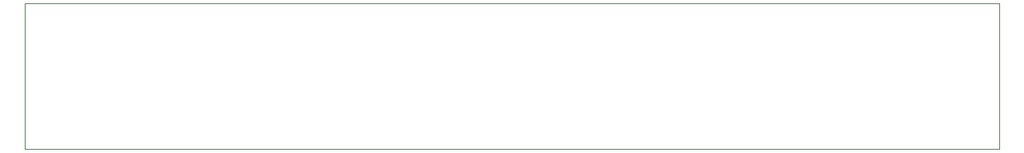
<source format=gm1>
G04 #@! TF.GenerationSoftware,KiCad,Pcbnew,(5.1.6)-1*
G04 #@! TF.CreationDate,2020-10-13T20:39:59+02:00*
G04 #@! TF.ProjectId,ChargerModule,43686172-6765-4724-9d6f-64756c652e6b,00*
G04 #@! TF.SameCoordinates,PX5f5e100PY5f5e100*
G04 #@! TF.FileFunction,Profile,NP*
%FSLAX46Y46*%
G04 Gerber Fmt 4.6, Leading zero omitted, Abs format (unit mm)*
G04 Created by KiCad (PCBNEW (5.1.6)-1) date 2020-10-13 20:39:59*
%MOMM*%
%LPD*%
G01*
G04 APERTURE LIST*
G04 #@! TA.AperFunction,Profile*
%ADD10C,0.050000*%
G04 #@! TD*
G04 APERTURE END LIST*
D10*
X100000000Y-15000000D02*
X100000000Y0D01*
X0Y-15000000D02*
X100000000Y-15000000D01*
X0Y0D02*
X0Y-15000000D01*
X100000000Y0D02*
X0Y0D01*
M02*

</source>
